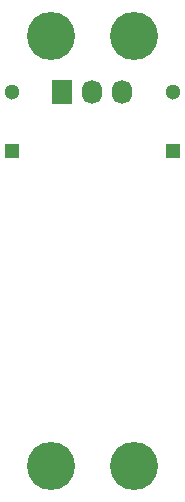
<source format=gbr>
G04 #@! TF.FileFunction,Copper,L1,Top,Signal*
%FSLAX46Y46*%
G04 Gerber Fmt 4.6, Leading zero omitted, Abs format (unit mm)*
G04 Created by KiCad (PCBNEW 4.0.4+e1-6308~48~ubuntu16.04.1-stable) date Tue Oct 25 19:36:01 2016*
%MOMM*%
%LPD*%
G01*
G04 APERTURE LIST*
%ADD10C,0.100000*%
%ADD11R,1.727200X2.032000*%
%ADD12O,1.727200X2.032000*%
%ADD13R,1.300000X1.300000*%
%ADD14C,1.300000*%
%ADD15C,4.064000*%
G04 APERTURE END LIST*
D10*
D11*
X135978900Y-37769800D03*
D12*
X138518900Y-37769800D03*
X141058900Y-37769800D03*
D13*
X131711700Y-42773600D03*
D14*
X131711700Y-37773600D03*
D13*
X145351500Y-42773600D03*
D14*
X145351500Y-37773600D03*
D15*
X134999000Y-33018800D03*
X141999000Y-33018800D03*
X134999000Y-69447800D03*
X141999000Y-69447800D03*
M02*

</source>
